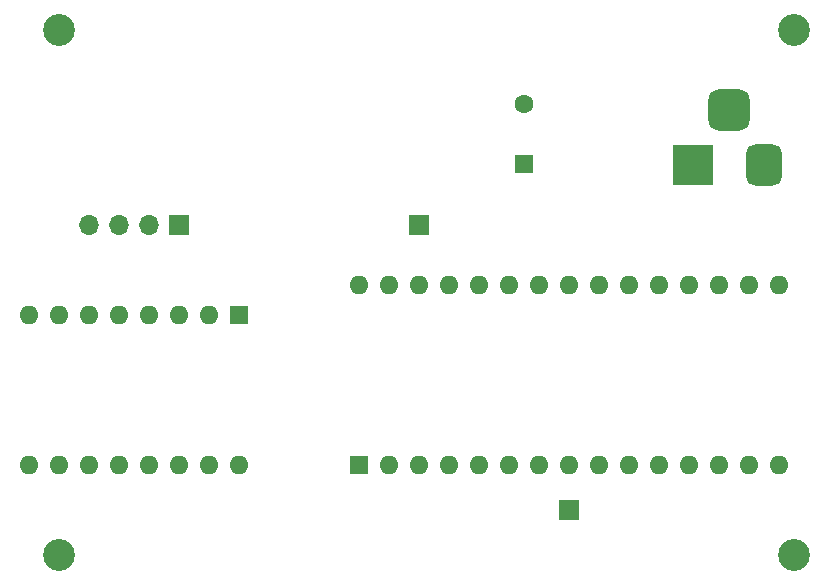
<source format=gbr>
%TF.GenerationSoftware,KiCad,Pcbnew,7.0.10*%
%TF.CreationDate,2024-01-30T03:11:26-09:00*%
%TF.ProjectId,CustomPCB,43757374-6f6d-4504-9342-2e6b69636164,rev?*%
%TF.SameCoordinates,Original*%
%TF.FileFunction,Soldermask,Top*%
%TF.FilePolarity,Negative*%
%FSLAX46Y46*%
G04 Gerber Fmt 4.6, Leading zero omitted, Abs format (unit mm)*
G04 Created by KiCad (PCBNEW 7.0.10) date 2024-01-30 03:11:26*
%MOMM*%
%LPD*%
G01*
G04 APERTURE LIST*
G04 Aperture macros list*
%AMRoundRect*
0 Rectangle with rounded corners*
0 $1 Rounding radius*
0 $2 $3 $4 $5 $6 $7 $8 $9 X,Y pos of 4 corners*
0 Add a 4 corners polygon primitive as box body*
4,1,4,$2,$3,$4,$5,$6,$7,$8,$9,$2,$3,0*
0 Add four circle primitives for the rounded corners*
1,1,$1+$1,$2,$3*
1,1,$1+$1,$4,$5*
1,1,$1+$1,$6,$7*
1,1,$1+$1,$8,$9*
0 Add four rect primitives between the rounded corners*
20,1,$1+$1,$2,$3,$4,$5,0*
20,1,$1+$1,$4,$5,$6,$7,0*
20,1,$1+$1,$6,$7,$8,$9,0*
20,1,$1+$1,$8,$9,$2,$3,0*%
G04 Aperture macros list end*
%ADD10C,2.700000*%
%ADD11R,3.500000X3.500000*%
%ADD12RoundRect,0.750000X0.750000X1.000000X-0.750000X1.000000X-0.750000X-1.000000X0.750000X-1.000000X0*%
%ADD13RoundRect,0.875000X0.875000X0.875000X-0.875000X0.875000X-0.875000X-0.875000X0.875000X-0.875000X0*%
%ADD14R,1.700000X1.700000*%
%ADD15O,1.700000X1.700000*%
%ADD16R,1.600000X1.600000*%
%ADD17C,1.600000*%
%ADD18O,1.600000X1.600000*%
G04 APERTURE END LIST*
D10*
%TO.C,M2.5*%
X111760000Y-118320000D03*
%TD*%
%TO.C,M2.5*%
X111760000Y-73870000D03*
%TD*%
%TO.C,M2.5*%
X173990000Y-118320000D03*
%TD*%
%TO.C,M2.5*%
X173990000Y-73870000D03*
%TD*%
D11*
%TO.C,J4*%
X165450000Y-85300000D03*
D12*
X171450000Y-85300000D03*
D13*
X168450000Y-80600000D03*
%TD*%
D14*
%TO.C,J3*%
X142240000Y-90380000D03*
%TD*%
%TO.C,J2*%
X154940000Y-114510000D03*
%TD*%
%TO.C,J1*%
X121920000Y-90405000D03*
D15*
X119380000Y-90405000D03*
X116840000Y-90405000D03*
X114300000Y-90405000D03*
%TD*%
D16*
%TO.C,C1*%
X151130000Y-85162651D03*
D17*
X151130000Y-80162651D03*
%TD*%
D16*
%TO.C,A2*%
X127000000Y-98010000D03*
D18*
X124460000Y-98010000D03*
X121920000Y-98010000D03*
X119380000Y-98010000D03*
X116840000Y-98010000D03*
X114300000Y-98010000D03*
X111760000Y-98010000D03*
X109220000Y-98010000D03*
X109220000Y-110710000D03*
X111760000Y-110710000D03*
X114300000Y-110710000D03*
X116840000Y-110710000D03*
X119380000Y-110710000D03*
X121920000Y-110710000D03*
X124460000Y-110710000D03*
X127000000Y-110710000D03*
%TD*%
D16*
%TO.C,A1*%
X137160000Y-110700000D03*
D18*
X139700000Y-110700000D03*
X142240000Y-110700000D03*
X144780000Y-110700000D03*
X147320000Y-110700000D03*
X149860000Y-110700000D03*
X152400000Y-110700000D03*
X154940000Y-110700000D03*
X157480000Y-110700000D03*
X160020000Y-110700000D03*
X162560000Y-110700000D03*
X165100000Y-110700000D03*
X167640000Y-110700000D03*
X170180000Y-110700000D03*
X172720000Y-110700000D03*
X172720000Y-95460000D03*
X170180000Y-95460000D03*
X167640000Y-95460000D03*
X165100000Y-95460000D03*
X162560000Y-95460000D03*
X160020000Y-95460000D03*
X157480000Y-95460000D03*
X154940000Y-95460000D03*
X152400000Y-95460000D03*
X149860000Y-95460000D03*
X147320000Y-95460000D03*
X144780000Y-95460000D03*
X142240000Y-95460000D03*
X139700000Y-95460000D03*
X137160000Y-95460000D03*
%TD*%
M02*

</source>
